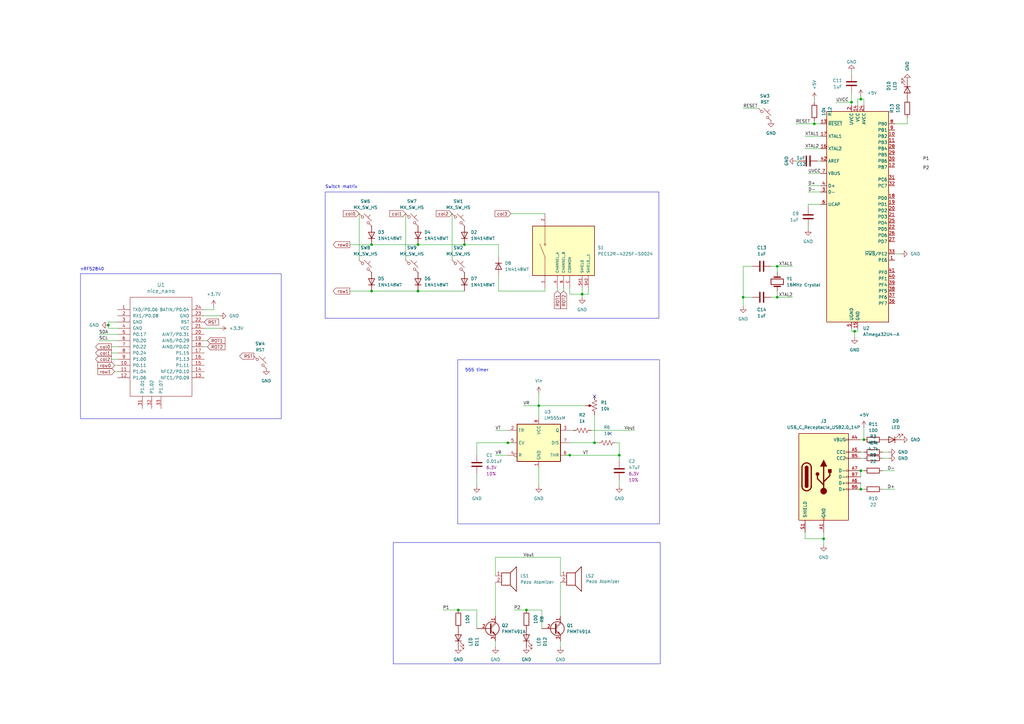
<source format=kicad_sch>
(kicad_sch (version 20250114) (generator "eeschema") (generator_version "9.0")
  (paper "A3")
  (lib_symbols
    (symbol "Connector:USB_C_Receptacle_USB2.0_14P" (pin_names (offset 1.016))
      (property "Reference" "J" (at 0 22.225 0))
      (property "Value" "USB_C_Receptacle_USB2.0_14P" (at 0 19.685 0))
      (symbol "USB_C_Receptacle_USB2.0_14P_1_1"
        (pin passive line (at -7.62 -22.86 90) (length 5.08) (name "SHIELD") (number "S1"))
        (pin passive line (at 0 -22.86 90) (length 5.08) (name "GND") (number "A1"))
        (pin passive line (at 0 -22.86 90) (length 5.08) (hide yes) (name "GND") (number "A12"))
        (pin passive line (at 0 -22.86 90) (length 5.08) (hide yes) (name "GND") (number "B1"))
        (pin passive line (at 0 -22.86 90) (length 5.08) (hide yes) (name "GND") (number "B12"))
        (pin passive line (at 15.24 15.24 180) (length 5.08) (name "VBUS") (number "A4"))
        (pin passive line (at 15.24 15.24 180) (length 5.08) (hide yes) (name "VBUS") (number "A9"))
        (pin passive line (at 15.24 15.24 180) (length 5.08) (hide yes) (name "VBUS") (number "B4"))
        (pin passive line (at 15.24 15.24 180) (length 5.08) (hide yes) (name "VBUS") (number "B9"))
        (pin bidirectional line (at 15.24 10.16 180) (length 5.08) (name "CC1") (number "A5"))
        (pin bidirectional line (at 15.24 7.62 180) (length 5.08) (name "CC2") (number "B5"))
        (pin bidirectional line (at 15.24 2.54 180) (length 5.08) (name "D-") (number "A7"))
        (pin bidirectional line (at 15.24 0 180) (length 5.08) (name "D-") (number "B7"))
        (pin bidirectional line (at 15.24 -2.54 180) (length 5.08) (name "D+") (number "A6"))
        (pin bidirectional line (at 15.24 -5.08 180) (length 5.08) (name "D+") (number "B6"))
      )
    )
    (symbol "Device:C" (pin_numbers (hide yes)) (pin_names (offset 0.254))
      (property "Reference" "C" (at 0.635 2.54 0))
      (property "Value" "C" (at 0.635 -2.54 0))
      (symbol "C_1_1"
        (pin passive line (at 0 3.81 270) (length 2.794) (name "~") (number "1"))
        (pin passive line (at 0 -3.81 90) (length 2.794) (name "~") (number "2"))
      )
    )
    (symbol "Device:Crystal" (pin_numbers (hide yes)) (pin_names (offset 1.016) (hide yes))
      (property "Reference" "Y" (at 0 3.81 0))
      (property "Value" "Crystal" (at 0 -3.81 0))
      (symbol "Crystal_1_1"
        (pin passive line (at -3.81 0 0) (length 1.27) (name "1") (number "1"))
        (pin passive line (at 3.81 0 180) (length 1.27) (name "2") (number "2"))
      )
    )
    (symbol "Device:LED" (pin_numbers (hide yes)) (pin_names (offset 1.016) (hide yes))
      (property "Reference" "D" (at 0 2.54 0))
      (property "Value" "LED" (at 0 -2.54 0))
      (symbol "LED_1_1"
        (pin passive line (at -3.81 0 0) (length 2.54) (name "K") (number "1"))
        (pin passive line (at 3.81 0 180) (length 2.54) (name "A") (number "2"))
      )
    )
    (symbol "Device:R" (pin_numbers (hide yes)) (pin_names (offset 0))
      (property "Reference" "R" (at 2.032 0 90))
      (property "Value" "R" (at 0 0 90))
      (symbol "R_1_1"
        (pin passive line (at 0 3.81 270) (length 1.27) (name "~") (number "1"))
        (pin passive line (at 0 -3.81 90) (length 1.27) (name "~") (number "2"))
      )
    )
    (symbol "Device:Speaker" (pin_names (offset 0) (hide yes))
      (property "Reference" "LS" (at 1.27 5.715 0))
      (property "Value" "Speaker" (at 1.27 3.81 0))
      (symbol "Speaker_1_1"
        (pin input line (at -5.08 0 0) (length 2.54) (name "1") (number "1"))
        (pin input line (at -5.08 -2.54 0) (length 2.54) (name "2") (number "2"))
      )
    )
    (symbol "Diode:1N4148WT" (pin_numbers (hide yes)) (pin_names (hide yes))
      (property "Reference" "D" (at 0 2.54 0))
      (property "Value" "1N4148WT" (at 0 -2.54 0))
      (symbol "1N4148WT_1_1"
        (pin passive line (at -3.81 0 0) (length 2.54) (name "K") (number "1"))
        (pin passive line (at 3.81 0 180) (length 2.54) (name "A") (number "2"))
      )
    )
    (symbol "MCU_Microchip_ATmega:ATmega32U4-A"
      (property "Reference" "U" (at -12.7 44.45 0))
      (property "Value" "ATmega32U4-A" (at 2.54 -44.45 0))
      (symbol "ATmega32U4-A_1_1"
        (pin input line (at -15.24 38.1 0) (length 2.54) (name "~{RESET}") (number "13"))
        (pin input line (at -15.24 33.02 0) (length 2.54) (name "XTAL1") (number "17"))
        (pin output line (at -15.24 27.94 0) (length 2.54) (name "XTAL2") (number "16"))
        (pin passive line (at -15.24 22.86 0) (length 2.54) (name "AREF") (number "42"))
        (pin input line (at -15.24 17.78 0) (length 2.54) (name "VBUS") (number "7"))
        (pin bidirectional line (at -15.24 12.7 0) (length 2.54) (name "D+") (number "4"))
        (pin bidirectional line (at -15.24 10.16 0) (length 2.54) (name "D-") (number "3"))
        (pin passive line (at -15.24 5.08 0) (length 2.54) (name "UCAP") (number "6"))
        (pin power_in line (at -2.54 45.72 270) (length 2.54) (name "UVCC") (number "2"))
        (pin passive line (at -2.54 -45.72 90) (length 2.54) (name "UGND") (number "5"))
        (pin power_in line (at 0 45.72 270) (length 2.54) (name "VCC") (number "14"))
        (pin passive line (at 0 45.72 270) (length 2.54) (hide yes) (name "VCC") (number "34"))
        (pin power_in line (at 0 -45.72 90) (length 2.54) (name "GND") (number "15"))
        (pin passive line (at 0 -45.72 90) (length 2.54) (hide yes) (name "GND") (number "23"))
        (pin passive line (at 0 -45.72 90) (length 2.54) (hide yes) (name "GND") (number "35"))
        (pin passive line (at 0 -45.72 90) (length 2.54) (hide yes) (name "GND") (number "43"))
        (pin power_in line (at 2.54 45.72 270) (length 2.54) (name "AVCC") (number "24"))
        (pin passive line (at 2.54 45.72 270) (length 2.54) (hide yes) (name "AVCC") (number "44"))
        (pin bidirectional line (at 15.24 38.1 180) (length 2.54) (name "PB0") (number "8"))
        (pin bidirectional line (at 15.24 35.56 180) (length 2.54) (name "PB1") (number "9"))
        (pin bidirectional line (at 15.24 33.02 180) (length 2.54) (name "PB2") (number "10"))
        (pin bidirectional line (at 15.24 30.48 180) (length 2.54) (name "PB3") (number "11"))
        (pin bidirectional line (at 15.24 27.94 180) (length 2.54) (name "PB4") (number "28"))
        (pin bidirectional line (at 15.24 25.4 180) (length 2.54) (name "PB5") (number "29"))
        (pin bidirectional line (at 15.24 22.86 180) (length 2.54) (name "PB6") (number "30"))
        (pin bidirectional line (at 15.24 20.32 180) (length 2.54) (name "PB7") (number "12"))
        (pin bidirectional line (at 15.24 15.24 180) (length 2.54) (name "PC6") (number "31"))
        (pin bidirectional line (at 15.24 12.7 180) (length 2.54) (name "PC7") (number "32"))
        (pin bidirectional line (at 15.24 7.62 180) (length 2.54) (name "PD0") (number "18"))
        (pin bidirectional line (at 15.24 5.08 180) (length 2.54) (name "PD1") (number "19"))
        (pin bidirectional line (at 15.24 2.54 180) (length 2.54) (name "PD2") (number "20"))
        (pin bidirectional line (at 15.24 0 180) (length 2.54) (name "PD3") (number "21"))
        (pin bidirectional line (at 15.24 -2.54 180) (length 2.54) (name "PD4") (number "25"))
        (pin bidirectional line (at 15.24 -5.08 180) (length 2.54) (name "PD5") (number "22"))
        (pin bidirectional line (at 15.24 -7.62 180) (length 2.54) (name "PD6") (number "26"))
        (pin bidirectional line (at 15.24 -10.16 180) (length 2.54) (name "PD7") (number "27"))
        (pin bidirectional line (at 15.24 -15.24 180) (length 2.54) (name "~{HWB}/PE2") (number "33"))
        (pin bidirectional line (at 15.24 -17.78 180) (length 2.54) (name "PE6") (number "1"))
        (pin bidirectional line (at 15.24 -22.86 180) (length 2.54) (name "PF0") (number "41"))
        (pin bidirectional line (at 15.24 -25.4 180) (length 2.54) (name "PF1") (number "40"))
        (pin bidirectional line (at 15.24 -27.94 180) (length 2.54) (name "PF4") (number "39"))
        (pin bidirectional line (at 15.24 -30.48 180) (length 2.54) (name "PF5") (number "38"))
        (pin bidirectional line (at 15.24 -33.02 180) (length 2.54) (name "PF6") (number "37"))
        (pin bidirectional line (at 15.24 -35.56 180) (length 2.54) (name "PF7") (number "36"))
      )
    )
    (symbol "PCM_marbastlib-mx:MX_SW_HS" (pin_numbers (hide yes)) (pin_names (offset 1.016) (hide yes))
      (property "Reference" "MX" (at 3.048 1.016 0))
      (property "Value" "MX_SW_HS" (at 0 -3.81 0))
      (symbol "MX_SW_HS_0_1"
        (pin passive line (at -2.54 2.54 0) (length 0) (name "1") (number "1"))
        (pin passive line (at 2.54 -2.54 180) (length 0) (name "2") (number "2"))
      )
    )
    (symbol "PEC12R-4225F-S0024:PEC12R-4225F-S0024" (pin_names (offset 1.016))
      (property "Reference" "S" (at -10.16 10.795 0))
      (property "Value" "PEC12R-4225F-S0024" (at -10.16 -17.78 0))
      (symbol "PEC12R-4225F-S0024_0_0"
        (pin passive line (at -15.24 5.08 0) (length 5.08) (name "~") (number "1"))
        (pin passive line (at -15.24 0 0) (length 5.08) (name "CHANNEL_A") (number "A"))
        (pin passive line (at -15.24 -2.54 0) (length 5.08) (name "CHANNEL_B") (number "B"))
        (pin passive line (at -15.24 -5.08 0) (length 5.08) (name "COMMON") (number "C"))
        (pin passive line (at -15.24 -10.16 0) (length 5.08) (name "SHIELD") (number "SH1"))
        (pin passive line (at -15.24 -12.7 0) (length 5.08) (name "SHIELD__1") (number "SH2"))
        (pin passive line (at 15.24 5.08 180) (length 5.08) (name "~") (number "2"))
      )
    )
    (symbol "SparkFun-Capacitor:0.1uF_0402_6.3V_10%" (pin_numbers (hide yes)) (pin_names (offset 0.254))
      (property "Reference" "C" (at 0.635 2.54 0))
      (property "Value" "0.1uF" (at 0.635 -2.54 0))
      (property "Voltage" "6.3V" (at 0 -6.35 0))
      (property "Tolerance" "10%" (at 0 -8.89 0))
      (symbol "0.1uF_0402_6.3V_10%_1_1"
        (pin passive line (at 0 3.81 270) (length 2.794) (name "~") (number "1"))
        (pin passive line (at 0 -3.81 90) (length 2.794) (name "~") (number "2"))
      )
    )
    (symbol "SparkFun-Resistor:1.5k_0603" (pin_numbers (hide yes)) (pin_names (offset 0))
      (property "Reference" "R" (at 0 -2.54 0))
      (property "Value" "1.5k" (at 0 2.54 0))
      (symbol "1.5k_0603_1_1"
        (pin passive line (at -3.81 0 0) (length 1.27) (name "~") (number "2"))
        (pin passive line (at 3.81 0 180) (length 1.27) (name "~") (number "1"))
      )
    )
    (symbol "SparkFun-Resistor:Trimpot_10k_SMD_3.0x3.0mm" (pin_numbers (hide yes)) (pin_names (offset 1.016) (hide yes))
      (property "Reference" "R1" (at 0 2.54 0))
      (property "Value" "10k" (at 2.54 -2.54 0))
      (symbol "Trimpot_10k_SMD_3.0x3.0mm_1_1"
        (pin passive line (at -3.81 0 0) (length 1.27) (name "~") (number "3"))
        (pin passive line (at 0 -3.81 90) (length 1.27) (name "~") (number "2"))
        (pin passive line (at 3.81 0 180) (length 1.27) (name "~") (number "1"))
      )
    )
    (symbol "Switch:SW_Push_45deg" (pin_numbers (hide yes)) (pin_names (offset 1.016) (hide yes))
      (property "Reference" "SW" (at 3.048 1.016 0))
      (property "Value" "SW_Push_45deg" (at 0 -3.81 0))
      (symbol "SW_Push_45deg_0_1"
        (pin passive line (at -2.54 2.54 0) (length 0) (name "1") (number "1"))
        (pin passive line (at 2.54 -2.54 180) (length 0) (name "2") (number "2"))
      )
    )
    (symbol "Timer:LM555xM"
      (property "Reference" "U" (at -10.16 8.89 0))
      (property "Value" "LM555xM" (at 2.54 8.89 0))
      (symbol "LM555xM_0_0"
        (pin power_in line (at 0 10.16 270) (length 2.54) (name "VCC") (number "8"))
        (pin power_in line (at 0 -10.16 90) (length 2.54) (name "GND") (number "1"))
      )
      (symbol "LM555xM_1_1"
        (pin input line (at -12.7 5.08 0) (length 3.81) (name "TR") (number "2"))
        (pin input line (at -12.7 0 0) (length 3.81) (name "CV") (number "5"))
        (pin input inverted (at -12.7 -5.08 0) (length 3.81) (name "R") (number "4"))
        (pin output line (at 12.7 5.08 180) (length 3.81) (name "Q") (number "3"))
        (pin input line (at 12.7 0 180) (length 3.81) (name "DIS") (number "7"))
        (pin input line (at 12.7 -5.08 180) (length 3.81) (name "THR") (number "6"))
      )
    )
    (symbol "Transistor_BJT:BC517" (pin_names (offset 0) (hide yes))
      (property "Reference" "Q" (at 5.08 1.905 0))
      (property "Value" "BC517" (at 5.08 0 0))
      (symbol "BC517_1_1"
        (pin input line (at -5.08 0 0) (length 5.715) (name "B") (number "2"))
        (pin passive line (at 2.54 5.08 270) (length 2.54) (name "C") (number "1"))
        (pin passive line (at 2.54 -5.08 90) (length 2.54) (name "E") (number "3"))
      )
    )
    (symbol "nice_nano:nice_nano" (pin_names (offset 1.016))
      (property "Reference" "U" (at 0 0 0))
      (property "Value" "nice_nano" (at 0 2.54 0))
      (symbol "nice_nano_1_1"
        (pin input line (at -17.78 13.97 0) (length 5.08) (name "TX0/P0.06") (number "1"))
        (pin input line (at -17.78 11.43 0) (length 5.08) (name "RX1/P0.08") (number "2"))
        (pin input line (at -17.78 8.89 0) (length 5.08) (name "GND") (number "3"))
        (pin input line (at -17.78 6.35 0) (length 5.08) (name "GND") (number "4"))
        (pin input line (at -17.78 3.81 0) (length 5.08) (name "P0.17") (number "5"))
        (pin input line (at -17.78 1.27 0) (length 5.08) (name "P0.20") (number "6"))
        (pin input line (at -17.78 -1.27 0) (length 5.08) (name "P0.22") (number "7"))
        (pin input line (at -17.78 -3.81 0) (length 5.08) (name "P0.24") (number "8"))
        (pin input line (at -17.78 -6.35 0) (length 5.08) (name "P1.00") (number "9"))
        (pin input line (at -17.78 -8.89 0) (length 5.08) (name "P0.11") (number "10"))
        (pin input line (at -17.78 -11.43 0) (length 5.08) (name "P1.04") (number "11"))
        (pin input line (at -17.78 -13.97 0) (length 5.08) (name "P1.06") (number "12"))
        (pin input line (at -7.62 -26.67 90) (length 5.08) (name "P1.01") (number "31"))
        (pin input line (at -3.81 -26.67 90) (length 5.08) (name "P1.02") (number "32"))
        (pin input line (at 0 -26.67 90) (length 5.08) (name "P1.07") (number "33"))
        (pin input line (at 17.78 13.97 180) (length 5.08) (name "BATIN/P0.04") (number "24"))
        (pin input line (at 17.78 11.43 180) (length 5.08) (name "GND") (number "23"))
        (pin input line (at 17.78 8.89 180) (length 5.08) (name "RST") (number "22"))
        (pin input line (at 17.78 6.35 180) (length 5.08) (name "VCC") (number "21"))
        (pin input line (at 17.78 3.81 180) (length 5.08) (name "AIN7/P0.31") (number "20"))
        (pin input line (at 17.78 1.27 180) (length 5.08) (name "AIN5/P0.29") (number "19"))
        (pin input line (at 17.78 -1.27 180) (length 5.08) (name "AIN0/P0.02") (number "18"))
        (pin input line (at 17.78 -3.81 180) (length 5.08) (name "P1.15") (number "17"))
        (pin input line (at 17.78 -6.35 180) (length 5.08) (name "P1.13") (number "16"))
        (pin input line (at 17.78 -8.89 180) (length 5.08) (name "P1.11") (number "15"))
        (pin input line (at 17.78 -11.43 180) (length 5.08) (name "NFC2/P0.10") (number "14"))
        (pin input line (at 17.78 -13.97 180) (length 5.08) (name "NFC1/P0.09") (number "13"))
      )
    )
    (symbol "power:+3.3V" (power) (pin_numbers (hide yes)) (pin_names (offset 0) (hide yes))
      (property "Value" "+3.3V" (at 0 3.556 0))
      (symbol "+3.3V_1_1"
        (pin power_in line (at 0 0 90) (length 0) (name "~") (number "1"))
      )
    )
    (symbol "power:+3V3" (power) (pin_numbers (hide yes)) (pin_names (offset 0) (hide yes))
      (property "Value" "+3V3" (at 0 3.556 0))
      (symbol "+3V3_1_1"
        (pin power_in line (at 0 0 90) (length 0) (name "~") (number "1"))
      )
    )
    (symbol "power:+5V" (power) (pin_numbers (hide yes)) (pin_names (offset 0) (hide yes))
      (property "Value" "+5V" (at 0 3.556 0))
      (symbol "+5V_1_1"
        (pin power_in line (at 0 0 90) (length 0) (name "~") (number "1"))
      )
    )
    (symbol "power:GND" (power) (pin_numbers (hide yes)) (pin_names (offset 0) (hide yes))
      (property "Value" "GND" (at 0 -3.81 0))
      (symbol "GND_1_1"
        (pin power_in line (at 0 0 270) (length 0) (name "~") (number "1"))
      )
    )
  )
  (rectangle (start 33.02 112.268) (end 115.316 171.704))
  (rectangle (start 161.29 222.504) (end 270.764 272.288))
  (rectangle (start 133.35 78.74) (end 270.256 130.556))
  (rectangle (start 187.706 147.574) (end 270.51 214.884))
  (text "Switch matrix" (at 133.35 77.47 0) (effects (font (size 1.27 1.27)) (justify left bottom)))
  (text "555 timer\n" (at 195.58 151.892 0) (effects (font (size 1.27 1.27))))
  (text "nRF52840" (at 37.846 110.49 0) (effects (font (size 1.27 1.27))))
  (junction (at 254 186.69))
  (junction (at 350.52 135.89))
  (junction (at 334.01 50.8))
  (junction (at 171.45 100.33))
  (junction (at 238.76 120.65))
  (junction (at 190.5 100.33))
  (junction (at 353.06 40.64))
  (junction (at 318.77 109.22))
  (junction (at 171.45 119.38))
  (junction (at 318.77 121.92))
  (junction (at 220.98 166.37))
  (junction (at 243.84 181.61))
  (junction (at 353.06 193.04))
  (junction (at 304.8 121.92))
  (junction (at 353.06 200.66))
  (junction (at 349.25 41.91))
  (junction (at 208.28 181.61))
  (junction (at 233.68 186.69))
  (junction (at 187.96 250.19))
  (junction (at 354.33 180.34))
  (junction (at 152.4 100.33))
  (junction (at 337.82 220.98))
  (junction (at 44.45 133.35))
  (junction (at 152.4 119.38))
  (junction (at 215.9 250.19))
  (no_connect (at 250.19 177.8))
  (no_connect (at 243.84 162.56))
  (wire (pts (xy 233.68 120.65) (xy 238.76 120.65)))
  (wire (pts (xy 40.64 137.16) (xy 48.26 137.16)))
  (wire (pts (xy 330.2 55.88) (xy 336.55 55.88)))
  (wire (pts (xy 147.32 87.63) (xy 147.32 106.68)))
  (wire (pts (xy 308.61 121.92) (xy 304.8 121.92)))
  (wire (pts (xy 354.33 43.18) (xy 354.33 40.64)))
  (wire (pts (xy 181.61 250.19) (xy 187.96 250.19)))
  (wire (pts (xy 85.09 139.7) (xy 83.82 139.7)))
  (wire (pts (xy 361.95 187.96) (xy 364.49 187.96)))
  (wire (pts (xy 45.72 144.78) (xy 48.26 144.78)))
  (wire (pts (xy 233.68 181.61) (xy 243.84 181.61)))
  (wire (pts (xy 231.14 186.69) (xy 233.68 186.69)))
  (wire (pts (xy 143.51 100.33) (xy 152.4 100.33)))
  (wire (pts (xy 367.03 200.66) (xy 361.95 200.66)))
  (wire (pts (xy 195.58 250.19) (xy 195.58 257.81)))
  (wire (pts (xy 220.98 191.77) (xy 220.98 199.39)))
  (wire (pts (xy 234.95 176.53) (xy 233.68 176.53)))
  (wire (pts (xy 351.79 134.62) (xy 351.79 135.89)))
  (wire (pts (xy 349.25 134.62) (xy 349.25 135.89)))
  (wire (pts (xy 241.3 118.11) (xy 241.3 120.65)))
  (wire (pts (xy 367.03 193.04) (xy 361.95 193.04)))
  (wire (pts (xy 353.06 193.04) (xy 353.06 195.58)))
  (wire (pts (xy 195.58 194.31) (xy 195.58 199.39)))
  (wire (pts (xy 331.47 85.09) (xy 331.47 83.82)))
  (wire (pts (xy 331.47 92.71) (xy 331.47 93.98)))
  (wire (pts (xy 220.98 166.37) (xy 240.03 166.37)))
  (wire (pts (xy 83.82 129.54) (xy 90.17 129.54)))
  (wire (pts (xy 353.06 198.12) (xy 353.06 200.66)))
  (wire (pts (xy 231.14 118.11) (xy 231.14 119.38)))
  (wire (pts (xy 48.26 134.62) (xy 44.45 134.62)))
  (wire (pts (xy 367.03 104.14) (xy 369.57 104.14)))
  (wire (pts (xy 214.63 166.37) (xy 220.98 166.37)))
  (wire (pts (xy 353.06 40.64) (xy 351.79 40.64)))
  (wire (pts (xy 349.25 29.21) (xy 349.25 30.48)))
  (wire (pts (xy 318.77 109.22) (xy 318.77 111.76)))
  (wire (pts (xy 326.39 50.8) (xy 334.01 50.8)))
  (wire (pts (xy 229.87 265.43) (xy 229.87 262.89)))
  (wire (pts (xy 349.25 38.1) (xy 349.25 41.91)))
  (wire (pts (xy 337.82 218.44) (xy 337.82 220.98)))
  (wire (pts (xy 334.01 40.64) (xy 334.01 41.91)))
  (wire (pts (xy 351.79 40.64) (xy 351.79 43.18)))
  (wire (pts (xy 349.25 135.89) (xy 350.52 135.89)))
  (wire (pts (xy 203.2 176.53) (xy 208.28 176.53)))
  (wire (pts (xy 330.2 220.98) (xy 337.82 220.98)))
  (wire (pts (xy 316.23 109.22) (xy 318.77 109.22)))
  (wire (pts (xy 203.2 228.6) (xy 229.87 228.6)))
  (wire (pts (xy 46.99 149.86) (xy 48.26 149.86)))
  (wire (pts (xy 354.33 40.64) (xy 353.06 40.64)))
  (wire (pts (xy 254 181.61) (xy 254 186.69)))
  (wire (pts (xy 46.99 152.4) (xy 48.26 152.4)))
  (wire (pts (xy 372.11 48.26) (xy 372.11 50.8)))
  (wire (pts (xy 143.51 119.38) (xy 152.4 119.38)))
  (wire (pts (xy 334.01 50.8) (xy 336.55 50.8)))
  (wire (pts (xy 337.82 220.98) (xy 337.82 223.52)))
  (wire (pts (xy 318.77 119.38) (xy 318.77 121.92)))
  (wire (pts (xy 45.72 147.32) (xy 48.26 147.32)))
  (wire (pts (xy 331.47 71.12) (xy 336.55 71.12)))
  (wire (pts (xy 203.2 238.76) (xy 203.2 252.73)))
  (wire (pts (xy 233.68 186.69) (xy 254 186.69)))
  (wire (pts (xy 353.06 185.42) (xy 354.33 185.42)))
  (wire (pts (xy 215.9 250.19) (xy 222.25 250.19)))
  (wire (pts (xy 353.06 200.66) (xy 354.33 200.66)))
  (wire (pts (xy 87.63 127) (xy 83.82 127)))
  (wire (pts (xy 304.8 121.92) (xy 304.8 125.73)))
  (wire (pts (xy 325.12 109.22) (xy 318.77 109.22)))
  (wire (pts (xy 85.09 142.24) (xy 83.82 142.24)))
  (wire (pts (xy 353.06 187.96) (xy 354.33 187.96)))
  (wire (pts (xy 238.76 118.11) (xy 238.76 120.65)))
  (wire (pts (xy 238.76 121.92) (xy 238.76 120.65)))
  (wire (pts (xy 187.96 250.19) (xy 195.58 250.19)))
  (wire (pts (xy 48.26 132.08) (xy 44.45 132.08)))
  (wire (pts (xy 243.84 170.18) (xy 243.84 181.61)))
  (wire (pts (xy 40.64 139.7) (xy 48.26 139.7)))
  (wire (pts (xy 209.55 87.63) (xy 223.52 87.63)))
  (wire (pts (xy 171.45 119.38) (xy 190.5 119.38)))
  (wire (pts (xy 330.2 60.96) (xy 336.55 60.96)))
  (wire (pts (xy 372.11 50.8) (xy 367.03 50.8)))
  (wire (pts (xy 350.52 135.89) (xy 350.52 138.43)))
  (wire (pts (xy 331.47 78.74) (xy 336.55 78.74)))
  (wire (pts (xy 364.49 185.42) (xy 361.95 185.42)))
  (wire (pts (xy 318.77 121.92) (xy 316.23 121.92)))
  (wire (pts (xy 229.87 238.76) (xy 229.87 252.73)))
  (wire (pts (xy 152.4 100.33) (xy 171.45 100.33)))
  (wire (pts (xy 353.06 193.04) (xy 354.33 193.04)))
  (wire (pts (xy 304.8 44.45) (xy 311.15 44.45)))
  (wire (pts (xy 44.45 134.62) (xy 44.45 133.35)))
  (wire (pts (xy 241.3 120.65) (xy 238.76 120.65)))
  (wire (pts (xy 44.45 132.08) (xy 44.45 133.35)))
  (wire (pts (xy 222.25 250.19) (xy 222.25 257.81)))
  (wire (pts (xy 349.25 41.91) (xy 349.25 43.18)))
  (wire (pts (xy 195.58 181.61) (xy 208.28 181.61)))
  (wire (pts (xy 245.11 181.61) (xy 243.84 181.61)))
  (wire (pts (xy 254 181.61) (xy 252.73 181.61)))
  (wire (pts (xy 228.6 119.38) (xy 228.6 118.11)))
  (wire (pts (xy 229.87 228.6) (xy 229.87 236.22)))
  (wire (pts (xy 304.8 109.22) (xy 304.8 121.92)))
  (wire (pts (xy 233.68 118.11) (xy 233.68 120.65)))
  (wire (pts (xy 254 196.85) (xy 254 199.39)))
  (wire (pts (xy 318.77 121.92) (xy 325.12 121.92)))
  (wire (pts (xy 354.33 180.34) (xy 353.06 180.34)))
  (wire (pts (xy 203.2 265.43) (xy 203.2 262.89)))
  (wire (pts (xy 331.47 83.82) (xy 336.55 83.82)))
  (wire (pts (xy 185.42 87.63) (xy 185.42 106.68)))
  (wire (pts (xy 353.06 39.37) (xy 353.06 40.64)))
  (wire (pts (xy 166.37 87.63) (xy 166.37 106.68)))
  (wire (pts (xy 220.98 161.29) (xy 220.98 166.37)))
  (wire (pts (xy 203.2 186.69) (xy 208.28 186.69)))
  (wire (pts (xy 87.63 125.73) (xy 87.63 127)))
  (wire (pts (xy 260.35 176.53) (xy 242.57 176.53)))
  (wire (pts (xy 204.47 113.03) (xy 204.47 119.38)))
  (wire (pts (xy 334.01 49.53) (xy 334.01 50.8)))
  (wire (pts (xy 204.47 100.33) (xy 204.47 105.41)))
  (wire (pts (xy 304.8 109.22) (xy 308.61 109.22)))
  (wire (pts (xy 204.47 100.33) (xy 190.5 100.33)))
  (wire (pts (xy 254 186.69) (xy 254 189.23)))
  (wire (pts (xy 342.9 41.91) (xy 349.25 41.91)))
  (wire (pts (xy 220.98 166.37) (xy 220.98 171.45)))
  (wire (pts (xy 330.2 218.44) (xy 330.2 220.98)))
  (wire (pts (xy 354.33 175.26) (xy 354.33 180.34)))
  (wire (pts (xy 223.52 119.38) (xy 223.52 118.11)))
  (wire (pts (xy 335.28 66.04) (xy 336.55 66.04)))
  (wire (pts (xy 195.58 181.61) (xy 195.58 186.69)))
  (wire (pts (xy 331.47 76.2) (xy 336.55 76.2)))
  (wire (pts (xy 45.72 142.24) (xy 48.26 142.24)))
  (wire (pts (xy 203.2 228.6) (xy 203.2 236.22)))
  (wire (pts (xy 210.82 181.61) (xy 208.28 181.61)))
  (wire (pts (xy 204.47 119.38) (xy 223.52 119.38)))
  (wire (pts (xy 152.4 119.38) (xy 171.45 119.38)))
  (wire (pts (xy 210.82 250.19) (xy 215.9 250.19)))
  (wire (pts (xy 326.39 66.04) (xy 327.66 66.04)))
  (wire (pts (xy 351.79 135.89) (xy 350.52 135.89)))
  (wire (pts (xy 171.45 100.33) (xy 190.5 100.33)))
  (wire (pts (xy 83.82 134.62) (xy 90.17 134.62)))
  (label "VR" (at 214.63 166.37 0))
  (label "VT" (at 203.2 176.53 0))
  (label "UVCC" (at 342.9 41.91 0))
  (label "VR" (at 203.2 186.69 0))
  (label "XTAL2" (at 330.2 60.96 0))
  (label "P1" (at 378.46 66.04 0))
  (label "RESET" (at 326.39 50.8 0))
  (label "P2" (at 210.82 250.19 0))
  (label "RESET" (at 304.8 44.45 0))
  (label "UVCC" (at 331.47 71.12 0))
  (label "D-" (at 331.47 78.74 0))
  (label "P2" (at 378.46 69.85 0))
  (label "D-" (at 367.03 193.04 180))
  (label "D+" (at 331.47 76.2 0))
  (label "SDA" (at 40.64 137.16 0))
  (label "SCL" (at 40.64 139.7 0))
  (label "VT" (at 241.3 186.69 180))
  (label "P1" (at 181.61 250.19 0))
  (label "XTAL1" (at 325.12 109.22 180))
  (label "Vout" (at 214.63 228.6 0))
  (label "XTAL1" (at 330.2 55.88 0))
  (label "Vout" (at 260.35 176.53 180))
  (label "D+" (at 367.03 200.66 180))
  (label "XTAL2" (at 325.12 121.92 180))
  (global_label "col2" (shape input) (at 185.42 87.63 180) (property "Intersheetrefs" "${INTERSHEET_REFS}" (effects (hide yes))))
  (global_label "col1" (shape input) (at 166.37 87.63 180) (property "Intersheetrefs" "${INTERSHEET_REFS}" (effects (hide yes))))
  (global_label "row1" (shape input) (at 46.99 152.4 180) (property "Intersheetrefs" "${INTERSHEET_REFS}" (effects (hide yes))))
  (global_label "ROT2" (shape input) (at 85.09 142.24 0) (property "Intersheetrefs" "${INTERSHEET_REFS}" (effects (hide yes))))
  (global_label "col0" (shape output) (at 45.72 142.24 180) (property "Intersheetrefs" "${INTERSHEET_REFS}" (effects (hide yes))))
  (global_label "col1" (shape output) (at 45.72 144.78 180) (property "Intersheetrefs" "${INTERSHEET_REFS}" (effects (hide yes))))
  (global_label "row0" (shape output) (at 143.51 100.33 180) (property "Intersheetrefs" "${INTERSHEET_REFS}" (effects (hide yes))))
  (global_label "col0" (shape input) (at 147.32 87.63 180) (property "Intersheetrefs" "${INTERSHEET_REFS}" (effects (hide yes))))
  (global_label "row0" (shape input) (at 46.99 149.86 180) (property "Intersheetrefs" "${INTERSHEET_REFS}" (effects (hide yes))))
  (global_label "col3" (shape input) (at 209.55 87.63 180) (property "Intersheetrefs" "${INTERSHEET_REFS}" (effects (hide yes))))
  (global_label "ROT1" (shape input) (at 85.09 139.7 0) (property "Intersheetrefs" "${INTERSHEET_REFS}" (effects (hide yes))))
  (global_label "RST" (shape input) (at 83.82 132.08 0) (property "Intersheetrefs" "${INTERSHEET_REFS}" (effects (hide yes))))
  (global_label "RST" (shape output) (at 104.14 146.05 180) (property "Intersheetrefs" "${INTERSHEET_REFS}" (effects (hide yes))))
  (global_label "col2" (shape output) (at 45.72 147.32 180) (property "Intersheetrefs" "${INTERSHEET_REFS}" (effects (hide yes))))
  (global_label "ROT2" (shape input) (at 231.14 119.38 270) (property "Intersheetrefs" "${INTERSHEET_REFS}" (effects (hide yes))))
  (global_label "row1" (shape output) (at 143.51 119.38 180) (property "Intersheetrefs" "${INTERSHEET_REFS}" (effects (hide yes))))
  (global_label "ROT1" (shape input) (at 228.6 119.38 270) (property "Intersheetrefs" "${INTERSHEET_REFS}" (effects (hide yes))))
  (symbol (lib_id "PEC12R-4225F-S0024:PEC12R-4225F-S0024") (at 228.6 102.87 90) (unit 1)
    (property "Reference" "S1" (at 245.11 101.5999 90) (effects (justify right)))
    (property "Value" "PEC12R-4225F-S0024" (at 245.11 104.1399 90) (effects (justify right)))
    (property "Footprint" "PEC12R_4225F_S0024:XDCR_PEC12R-4225F-S0024" (effects (hide yes)))
    (property "PARTREV" "07/21" (effects (hide yes)))
    (property "MANUFACTURER" "Bourns" (effects (hide yes)))
    (property "MAXIMUM_PACKAGE_HEIGHT" "20.5mm" (effects (hide yes)))
    (property "STANDARD" "Manufacturer recommendations" (effects (hide yes)))
  )
  (symbol (lib_id "power:+5V") (at 354.33 175.26 0) (unit 1)
    (property "Reference" "#PWR025" (effects (hide yes)))
    (property "Value" "+5V" (at 354.33 170.18 0))
    (property "Description" "Power symbol creates a global label with name \"+5V\"" (effects (hide yes)))
  )
  (symbol (lib_id "Device:R") (at 358.14 180.34 90) (unit 1)
    (property "Reference" "R11" (at 358.14 173.99 90))
    (property "Value" "100" (at 358.14 176.53 90))
    (property "Footprint" "Resistor_SMD:R_0805_2012Metric_Pad1.20x1.40mm_HandSolder" (effects (hide yes)))
    (property "Description" "Resistor" (effects (hide yes)))
  )
  (symbol (lib_id "Connector:USB_C_Receptacle_USB2.0_14P") (at 337.82 195.58 0) (unit 1)
    (property "Reference" "J3" (at 337.82 172.72 0))
    (property "Value" "USB_C_Receptacle_USB2.0_14P" (at 337.82 175.26 0))
    (property "Datasheet" "https://www.usb.org/sites/default/files/documents/usb_type-c.zip" (effects (hide yes)))
    (property "Description" "USB 2.0-only 14P Type-C Receptacle connector" (effects (hide yes)))
  )
  (symbol (lib_id "power:GND") (at 254 199.39 0) (unit 1)
    (property "Reference" "#PWR05" (effects (hide yes)))
    (property "Value" "GND" (at 254 204.47 0))
    (property "Description" "Power symbol creates a global label with name \"GND\" , ground" (effects (hide yes)))
  )
  (symbol (lib_id "SparkFun-Resistor:Trimpot_10k_SMD_3.0x3.0mm") (at 243.84 166.37 270) (unit 1)
    (property "Reference" "R1" (at 246.38 165.0999 90) (effects (justify left)))
    (property "Value" "10k" (at 246.38 167.6399 90) (effects (justify left)))
    (property "Footprint" "PV37W:TRIM_PV37W103C01B00" (effects (hide yes)))
    (property "Datasheet" "https://www.ttelectronics.com/TTElectronics/media/ProductFiles/Datasheet/22.pdf" (effects (hide yes)))
    (property "Description" "Potentiometer TRIMPOT-SMD-3MM-CLOSED-1/8W-20%" (effects (hide yes)))
    (property "PROD_ID" "RES-09285" (effects (hide yes)))
    (property "Mfg Part#" "22AR10K" (effects (hide yes)))
  )
  (symbol (lib_id "power:GND") (at 369.57 180.34 90) (unit 1)
    (property "Reference" "#PWR024" (effects (hide yes)))
    (property "Value" "GND" (at 373.38 180.3399 90) (effects (justify right)))
    (property "Description" "Power symbol creates a global label with name \"GND\" , ground" (effects (hide yes)))
  )
  (symbol (lib_id "Device:R") (at 334.01 45.72 180) (unit 1)
    (property "Reference" "R12" (at 340.36 45.72 90))
    (property "Value" "10k" (at 337.82 45.72 90))
    (property "Footprint" "Resistor_SMD:R_0805_2012Metric_Pad1.20x1.40mm_HandSolder" (effects (hide yes)))
    (property "Description" "Resistor" (effects (hide yes)))
  )
  (symbol (lib_id "Device:LED") (at 365.76 180.34 180) (unit 1)
    (property "Reference" "D9" (at 367.3475 172.72 0))
    (property "Value" "LED" (at 367.3475 175.26 0))
    (property "Description" "Light emitting diode" (effects (hide yes)))
    (property "Sim.Pins" "1=K 2=A" (effects (hide yes)))
  )
  (symbol (lib_id "power:GND") (at 44.45 133.35 270) (unit 1)
    (property "Reference" "#PWR019" (effects (hide yes)))
    (property "Value" "GND" (at 40.64 133.3499 90) (effects (justify right)))
    (property "Description" "Power symbol creates a global label with name \"GND\" , ground" (effects (hide yes)))
  )
  (symbol (lib_id "power:GND") (at 331.47 93.98 0) (unit 1)
    (property "Reference" "#PWR029" (effects (hide yes)))
    (property "Value" "GND" (at 331.47 99.06 0))
    (property "Description" "Power symbol creates a global label with name \"GND\" , ground" (effects (hide yes)))
  )
  (symbol (lib_id "Device:Speaker") (at 234.95 236.22 0) (unit 1)
    (property "Reference" "LS2" (at 240.03 236.2199 0) (effects (justify left)))
    (property "Value" "Pezo Atomizer" (at 240.284 238.506 0) (effects (justify left)))
    (property "Description" "Speaker" (effects (hide yes)))
  )
  (symbol (lib_id "Switch:SW_Push_45deg") (at 313.69 46.99 0) (unit 1)
    (property "Reference" "SW3" (at 313.69 39.37 0))
    (property "Value" "RST" (at 313.69 41.91 0))
    (property "Footprint" "Button_Switch_SMD:SW_Tactile_SPST_NO_Straight_CK_PTS636Sx25SMTRLFS" (effects (hide yes)))
  )
  (symbol (lib_id "PCM_marbastlib-mx:MX_SW_HS") (at 149.86 90.17 0) (unit 1)
    (property "Reference" "SW6" (at 149.86 82.55 0))
    (property "Value" "MX_SW_HS" (at 149.86 85.09 0))
    (property "Footprint" "keyswitches:Kailh_socket_MX" (effects (hide yes)))
  )
  (symbol (lib_id "Device:LED") (at 372.11 36.83 270) (unit 1)
    (property "Reference" "D10" (at 364.49 35.2425 0))
    (property "Value" "LED" (at 367.03 35.2425 0))
    (property "Description" "Light emitting diode" (effects (hide yes)))
    (property "Sim.Pins" "1=K 2=A" (effects (hide yes)))
  )
  (symbol (lib_id "power:GND") (at 349.25 29.21 180) (unit 1)
    (property "Reference" "#PWR028" (effects (hide yes)))
    (property "Value" "GND" (at 349.25 25.4 0))
    (property "Description" "Power symbol creates a global label with name \"GND\" , ground" (effects (hide yes)))
  )
  (symbol (lib_id "MCU_Microchip_ATmega:ATmega32U4-A") (at 351.79 88.9 0) (unit 1)
    (property "Reference" "U2" (at 353.9333 134.62 0) (effects (justify left)))
    (property "Value" "ATmega32U4-A" (at 353.9333 137.16 0) (effects (justify left)))
    (property "Footprint" "Package_QFP:TQFP-44_10x10mm_P0.8mm" (effects (hide yes)))
    (property "Datasheet" "http://ww1.microchip.com/downloads/en/DeviceDoc/Atmel-7766-8-bit-AVR-ATmega16U4-32U4_Datasheet.pdf" (effects (hide yes)))
    (property "Description" "16MHz, 32kB Flash, 2.5kB SRAM, 1kB EEPROM, USB 2.0, TQFP-44" (effects (hide yes)))
  )
  (symbol (lib_id "Diode:1N4148WT") (at 152.4 115.57 90) (unit 1)
    (property "Reference" "D5" (at 154.94 114.2999 90) (effects (justify right)))
    (property "Value" "1N4148WT" (at 154.94 116.8399 90) (effects (justify right)))
    (property "Footprint" "Diode_SMD:D_SOD-323F" (effects (hide yes)))
    (property "Datasheet" "https://www.diodes.com/assets/Datasheets/ds30396.pdf" (effects (hide yes)))
  )
  (symbol (lib_id "power:GND") (at 304.8 125.73 0) (unit 1)
    (property "Reference" "#PWR035" (effects (hide yes)))
    (property "Value" "GND" (at 304.8 130.81 0))
    (property "Description" "Power symbol creates a global label with name \"GND\" , ground" (effects (hide yes)))
  )
  (symbol (lib_id "Device:R") (at 187.96 254 0) (unit 1)
    (property "Reference" "R7" (effects (hide yes)))
    (property "Value" "100" (at 191.77 254 90))
    (property "Footprint" "Resistor_SMD:R_0805_2012Metric_Pad1.20x1.40mm_HandSolder" (effects (hide yes)))
    (property "Description" "Resistor" (effects (hide yes)))
  )
  (symbol (lib_id "Transistor_BJT:BC517") (at 227.33 257.81 0) (unit 1)
    (property "Reference" "Q1" (at 232.41 256.5399 0) (effects (justify left)))
    (property "Value" "FMMT491A" (at 232.41 259.0799 0) (effects (justify left)))
    (property "Footprint" "Package_TO_SOT_THT:TO-92_Inline" (effects (hide yes)))
    (property "Datasheet" "TRANS NPN 40V 0.6A TO-92-3" (effects (hide yes)))
    (property "Description" "1A Ic, 30V Vce, Darlington NPN Transistor, TO-92" (effects (hide yes)))
  )
  (symbol (lib_id "power:+3.3V") (at 87.63 125.73 0) (unit 1)
    (property "Reference" "#PWR020" (effects (hide yes)))
    (property "Value" "+3.7V" (at 87.63 120.65 0))
    (property "Description" "Power symbol creates a global label with name \"+3.3V\"" (effects (hide yes)))
  )
  (symbol (lib_id "Device:C") (at 312.42 121.92 270) (unit 1)
    (property "Reference" "C14" (at 312.42 127 90))
    (property "Value" "1uF" (at 312.42 129.54 90))
    (property "Footprint" "Capacitor_SMD:C_0805_2012Metric_Pad1.18x1.45mm_HandSolder" (effects (hide yes)))
    (property "Description" "Unpolarized capacitor" (effects (hide yes)))
  )
  (symbol (lib_id "PCM_marbastlib-mx:MX_SW_HS") (at 187.96 109.22 0) (unit 1)
    (property "Reference" "SW2" (at 187.96 101.6 0))
    (property "Value" "MX_SW_HS" (at 187.96 104.14 0))
    (property "Footprint" "keyswitches:Kailh_socket_MX" (effects (hide yes)))
  )
  (symbol (lib_id "PCM_marbastlib-mx:MX_SW_HS") (at 168.91 109.22 0) (unit 1)
    (property "Reference" "SW9" (at 168.91 101.6 0))
    (property "Value" "MX_SW_HS" (at 168.91 104.14 0))
    (property "Footprint" "keyswitches:Kailh_socket_MX" (effects (hide yes)))
  )
  (symbol (lib_id "PCM_marbastlib-mx:MX_SW_HS") (at 149.86 109.22 0) (unit 1)
    (property "Reference" "SW8" (at 149.86 101.6 0))
    (property "Value" "MX_SW_HS" (at 149.86 104.14 0))
    (property "Footprint" "keyswitches:Kailh_socket_MX" (effects (hide yes)))
  )
  (symbol (lib_id "Device:LED") (at 215.9 261.62 90) (unit 1)
    (property "Reference" "D12" (at 223.52 263.2075 0))
    (property "Value" "LED" (at 220.98 263.2075 0))
    (property "Description" "Light emitting diode" (effects (hide yes)))
    (property "Sim.Pins" "1=K 2=A" (effects (hide yes)))
  )
  (symbol (lib_id "Device:C") (at 349.25 34.29 180) (unit 1)
    (property "Reference" "C11" (at 345.44 33.0199 0) (effects (justify left)))
    (property "Value" "1uF" (at 345.44 35.5599 0) (effects (justify left)))
    (property "Footprint" "Capacitor_SMD:C_0805_2012Metric_Pad1.18x1.45mm_HandSolder" (effects (hide yes)))
    (property "Description" "Unpolarized capacitor" (effects (hide yes)))
  )
  (symbol (lib_id "SparkFun-Resistor:1.5k_0603") (at 248.92 181.61 180) (unit 1)
    (property "Reference" "R6" (at 248.92 175.26 0))
    (property "Value" "1k" (at 248.92 177.8 0))
    (property "Footprint" "Capacitor_SMD:C_0805_2012Metric_Pad1.18x1.45mm_HandSolder" (effects (hide yes)))
    (property "Datasheet" "https://www.vishay.com/docs/20035/dcrcwe3.pdf" (effects (hide yes)))
    (property "Description" "Resistor" (effects (hide yes)))
    (property "PROD_ID" "RES-08306" (effects (hide yes)))
  )
  (symbol (lib_id "Diode:1N4148WT") (at 204.47 109.22 270) (unit 1)
    (property "Reference" "D8" (at 207.01 107.9499 90) (effects (justify left)))
    (property "Value" "1N4148WT" (at 207.01 110.4899 90) (effects (justify left)))
    (property "Footprint" "Diode_SMD:D_SOD-323F" (effects (hide yes)))
    (property "Datasheet" "https://www.diodes.com/assets/Datasheets/ds30396.pdf" (effects (hide yes)))
  )
  (symbol (lib_id "SparkFun-Capacitor:0.1uF_0402_6.3V_10%") (at 195.58 190.5 0) (unit 1)
    (property "Reference" "C1" (at 199.39 186.6899 0) (effects (justify left)))
    (property "Value" "0.01uF" (at 199.39 189.2299 0) (effects (justify left)))
    (property "Footprint" "Capacitor_SMD:C_0805_2012Metric_Pad1.18x1.45mm_HandSolder" (effects (hide yes)))
    (property "Datasheet" "https://cdn.sparkfun.com/assets/8/a/4/a/5/Kemet_Capacitor_Datasheet.pdf" (effects (hide yes)))
    (property "Description" "Unpolarized capacitor" (effects (hide yes)))
    (property "PROD_ID" "CAP-14993" (effects (hide yes)))
    (property "Voltage" "6.3V" (at 199.39 191.7699 0) (effects (justify left)))
    (property "Tolerance" "10%" (at 199.39 194.3099 0) (effects (justify left)))
  )
  (symbol (lib_id "Switch:SW_Push_45deg") (at 106.68 148.59 0) (unit 1)
    (property "Reference" "SW4" (at 106.68 140.97 0))
    (property "Value" "RST" (at 106.68 143.51 0))
    (property "Footprint" "Button_Switch_SMD:SW_Tactile_SPST_NO_Straight_CK_PTS636Sx25SMTRLFS" (effects (hide yes)))
  )
  (symbol (lib_id "power:GND") (at 90.17 129.54 90) (unit 1)
    (property "Reference" "#PWR018" (effects (hide yes)))
    (property "Value" "GND" (at 93.98 129.5399 90) (effects (justify right)))
    (property "Description" "Power symbol creates a global label with name \"GND\" , ground" (effects (hide yes)))
  )
  (symbol (lib_id "power:GND") (at 187.96 265.43 0) (unit 1)
    (property "Reference" "#PWR01" (effects (hide yes)))
    (property "Value" "GND" (at 187.96 270.51 0))
    (property "Description" "Power symbol creates a global label with name \"GND\" , ground" (effects (hide yes)))
  )
  (symbol (lib_id "Diode:1N4148WT") (at 190.5 115.57 90) (unit 1)
    (property "Reference" "D7" (at 193.04 114.2999 90) (effects (justify right)))
    (property "Value" "1N4148WT" (at 193.04 116.8399 90) (effects (justify right)))
    (property "Footprint" "Diode_SMD:D_SOD-323F" (effects (hide yes)))
    (property "Datasheet" "https://www.diodes.com/assets/Datasheets/ds30396.pdf" (effects (hide yes)))
  )
  (symbol (lib_id "power:GND") (at 326.39 66.04 270) (unit 1)
    (property "Reference" "#PWR031" (effects (hide yes)))
    (property "Value" "GND" (at 322.58 66.04 0))
    (property "Description" "Power symbol creates a global label with name \"GND\" , ground" (effects (hide yes)))
  )
  (symbol (lib_id "power:+5V") (at 353.06 39.37 0) (unit 1)
    (property "Reference" "#PWR027" (effects (hide yes)))
    (property "Value" "+5V" (at 355.6 38.0999 0) (effects (justify left)))
    (property "Description" "Power symbol creates a global label with name \"+5V\"" (effects (hide yes)))
  )
  (symbol (lib_id "Timer:LM555xM") (at 220.98 181.61 0) (unit 1)
    (property "Reference" "U3" (at 223.1741 168.91 0) (effects (justify left)))
    (property "Value" "LM555xM" (at 223.1741 171.45 0) (effects (justify left)))
    (property "Footprint" "Package_SO:SOIC-8_3.9x4.9mm_P1.27mm" (effects (hide yes)))
    (property "Datasheet" "http://www.ti.com/lit/ds/symlink/lm555.pdf" (effects (hide yes)))
    (property "Description" "Timer, 555 compatible, SOIC-8" (effects (hide yes)))
  )
  (symbol (lib_id "Device:C") (at 312.42 109.22 270) (unit 1)
    (property "Reference" "C13" (at 312.42 101.6 90))
    (property "Value" "1uF" (at 312.42 104.14 90))
    (property "Footprint" "Capacitor_SMD:C_0805_2012Metric_Pad1.18x1.45mm_HandSolder" (effects (hide yes)))
    (property "Description" "Unpolarized capacitor" (effects (hide yes)))
  )
  (symbol (lib_id "Device:Crystal") (at 318.77 115.57 90) (unit 1)
    (property "Reference" "Y1" (at 322.58 114.2999 90) (effects (justify right)))
    (property "Value" "16MHz Crystal" (at 322.58 116.8399 90) (effects (justify right)))
    (property "Description" "Two pin crystal" (effects (hide yes)))
  )
  (symbol (lib_id "power:GND") (at 238.76 121.92 0) (unit 1)
    (property "Reference" "#PWR013" (effects (hide yes)))
    (property "Value" "GND" (at 238.76 127 0))
    (property "Description" "Power symbol creates a global label with name \"GND\" , ground" (effects (hide yes)))
  )
  (symbol (lib_id "Device:R") (at 358.14 187.96 90) (unit 1)
    (property "Reference" "R4" (at 358.14 181.61 90))
    (property "Value" "4.7k" (at 358.14 184.15 90))
    (property "Footprint" "Resistor_SMD:R_0805_2012Metric_Pad1.20x1.40mm_HandSolder" (effects (hide yes)))
    (property "Description" "Resistor" (effects (hide yes)))
  )
  (symbol (lib_id "Device:LED") (at 187.96 261.62 90) (unit 1)
    (property "Reference" "D11" (at 195.58 263.2075 0))
    (property "Value" "LED" (at 193.04 263.2075 0))
    (property "Description" "Light emitting diode" (effects (hide yes)))
    (property "Sim.Pins" "1=K 2=A" (effects (hide yes)))
  )
  (symbol (lib_id "power:GND") (at 316.23 49.53 0) (mirror y) (unit 1)
    (property "Reference" "#PWR034" (effects (hide yes)))
    (property "Value" "GND" (at 316.23 54.61 0))
  )
  (symbol (lib_id "power:GND") (at 109.22 151.13 0) (mirror y) (unit 1)
    (property "Reference" "#PWR062" (effects (hide yes)))
    (property "Value" "GND" (at 109.22 156.21 0))
  )
  (symbol (lib_id "Device:R") (at 358.14 185.42 90) (unit 1)
    (property "Reference" "R3" (at 358.14 179.07 90))
    (property "Value" "4.7k" (at 358.14 181.61 90))
    (property "Footprint" "Resistor_SMD:R_0805_2012Metric_Pad1.20x1.40mm_HandSolder" (effects (hide yes)))
    (property "Description" "Resistor" (effects (hide yes)))
  )
  (symbol (lib_id "power:GND") (at 372.11 33.02 180) (unit 1)
    (property "Reference" "#PWR033" (effects (hide yes)))
    (property "Value" "GND" (at 372.1099 29.21 90) (effects (justify right)))
    (property "Description" "Power symbol creates a global label with name \"GND\" , ground" (effects (hide yes)))
  )
  (symbol (lib_id "Device:Speaker") (at 208.28 236.22 0) (unit 1)
    (property "Reference" "LS1" (at 213.36 236.2199 0) (effects (justify left)))
    (property "Value" "Pezo Atomizer" (at 213.36 238.7599 0) (effects (justify left)))
    (property "Description" "Speaker" (effects (hide yes)))
  )
  (symbol (lib_id "Diode:1N4148WT") (at 171.45 96.52 90) (unit 1)
    (property "Reference" "D4" (at 173.99 95.2499 90) (effects (justify right)))
    (property "Value" "1N4148WT" (at 173.99 97.7899 90) (effects (justify right)))
    (property "Footprint" "Diode_SMD:D_SOD-323F" (effects (hide yes)))
    (property "Datasheet" "https://www.diodes.com/assets/Datasheets/ds30396.pdf" (effects (hide yes)))
  )
  (symbol (lib_id "Transistor_BJT:BC517") (at 200.66 257.81 0) (unit 1)
    (property "Reference" "Q2" (at 205.74 256.5399 0) (effects (justify left)))
    (property "Value" "FMMT491A" (at 205.74 259.0799 0) (effects (justify left)))
    (property "Footprint" "Package_TO_SOT_THT:TO-92_Inline" (effects (hide yes)))
    (property "Datasheet" "https://www.onsemi.com/pub/Collateral/BC517-D74Z-D.PDF" (effects (hide yes)))
    (property "Description" "TRANS NPN 40V 0.6A TO-92-3" (effects (hide yes)))
  )
  (symbol (lib_id "Device:R") (at 215.9 254 0) (unit 1)
    (property "Reference" "R8" (at 222.25 254 90))
    (property "Value" "100" (at 219.71 254 90))
    (property "Footprint" "Resistor_SMD:R_0805_2012Metric_Pad1.20x1.40mm_HandSolder" (effects (hide yes)))
    (property "Description" "Resistor" (effects (hide yes)))
  )
  (symbol (lib_id "Device:R") (at 372.11 44.45 180) (unit 1)
    (property "Reference" "R13" (at 365.76 44.45 90))
    (property "Value" "100" (at 368.3 44.45 90))
    (property "Footprint" "Resistor_SMD:R_0805_2012Metric_Pad1.20x1.40mm_HandSolder" (effects (hide yes)))
    (property "Description" "Resistor" (effects (hide yes)))
  )
  (symbol (lib_id "Device:R") (at 358.14 200.66 90) (unit 1)
    (property "Reference" "R10" (at 358.14 204.47 90))
    (property "Value" "22" (at 358.14 207.01 90))
    (property "Footprint" "Resistor_SMD:R_0805_2012Metric_Pad1.20x1.40mm_HandSolder" (effects (hide yes)))
    (property "Description" "Resistor" (effects (hide yes)))
  )
  (symbol (lib_id "power:GND") (at 215.9 265.43 0) (unit 1)
    (property "Reference" "#PWR02" (effects (hide yes)))
    (property "Value" "GND" (at 215.9 270.51 0))
    (property "Description" "Power symbol creates a global label with name \"GND\" , ground" (effects (hide yes)))
  )
  (symbol (lib_id "power:GND") (at 195.58 199.39 0) (unit 1)
    (property "Reference" "#PWR09" (effects (hide yes)))
    (property "Value" "GND" (at 195.58 204.47 0))
    (property "Description" "Power symbol creates a global label with name \"GND\" , ground" (effects (hide yes)))
  )
  (symbol (lib_id "power:GND") (at 229.87 265.43 0) (unit 1)
    (property "Reference" "#PWR010" (effects (hide yes)))
    (property "Value" "GND" (at 229.87 270.51 0))
    (property "Description" "Power symbol creates a global label with name \"GND\" , ground" (effects (hide yes)))
  )
  (symbol (lib_id "power:GND") (at 350.52 138.43 0) (unit 1)
    (property "Reference" "#PWR030" (effects (hide yes)))
    (property "Value" "GND" (at 350.52 143.51 0))
    (property "Description" "Power symbol creates a global label with name \"GND\" , ground" (effects (hide yes)))
  )
  (symbol (lib_id "Device:C") (at 331.47 88.9 180) (unit 1)
    (property "Reference" "C9" (at 327.66 87.6299 0) (effects (justify left)))
    (property "Value" "1uF" (at 327.66 90.1699 0) (effects (justify left)))
    (property "Footprint" "Capacitor_SMD:C_0805_2012Metric_Pad1.18x1.45mm_HandSolder" (effects (hide yes)))
    (property "Description" "Unpolarized capacitor" (effects (hide yes)))
  )
  (symbol (lib_id "SparkFun-Resistor:1.5k_0603") (at 238.76 176.53 180) (unit 1)
    (property "Reference" "R2" (at 238.76 170.18 0))
    (property "Value" "1k" (at 238.76 172.72 0))
    (property "Footprint" "Capacitor_SMD:C_0805_2012Metric_Pad1.18x1.45mm_HandSolder" (effects (hide yes)))
    (property "Datasheet" "https://www.vishay.com/docs/20035/dcrcwe3.pdf" (effects (hide yes)))
    (property "Description" "Resistor" (effects (hide yes)))
    (property "PROD_ID" "RES-08306" (effects (hide yes)))
  )
  (symbol (lib_id "power:+5V") (at 334.01 40.64 0) (unit 1)
    (property "Reference" "#PWR026" (effects (hide yes)))
    (property "Value" "+5V" (at 334.0101 36.83 90) (effects (justify left)))
    (property "Description" "Power symbol creates a global label with name \"+5V\"" (effects (hide yes)))
  )
  (symbol (lib_id "Diode:1N4148WT") (at 171.45 115.57 90) (unit 1)
    (property "Reference" "D6" (at 173.99 114.2999 90) (effects (justify right)))
    (property "Value" "1N4148WT" (at 173.99 116.8399 90) (effects (justify right)))
    (property "Footprint" "Diode_SMD:D_SOD-323F" (effects (hide yes)))
    (property "Datasheet" "https://www.diodes.com/assets/Datasheets/ds30396.pdf" (effects (hide yes)))
  )
  (symbol (lib_id "Diode:1N4148WT") (at 152.4 96.52 90) (unit 1)
    (property "Reference" "D3" (at 154.94 95.2499 90) (effects (justify right)))
    (property "Value" "1N4148WT" (at 154.94 97.7899 90) (effects (justify right)))
    (property "Footprint" "Diode_SMD:D_SOD-323F" (effects (hide yes)))
    (property "Datasheet" "https://www.diodes.com/assets/Datasheets/ds30396.pdf" (effects (hide yes)))
  )
  (symbol (lib_id "power:GND") (at 337.82 223.52 0) (unit 1)
    (property "Reference" "#PWR021" (effects (hide yes)))
    (property "Value" "GND" (at 337.82 228.6 0))
    (property "Description" "Power symbol creates a global label with name \"GND\" , ground" (effects (hide yes)))
  )
  (symbol (lib_id "Device:R") (at 358.14 193.04 90) (unit 1)
    (property "Reference" "R9" (at 358.14 186.69 90))
    (property "Value" "22" (at 358.14 189.23 90))
    (property "Footprint" "Resistor_SMD:R_0805_2012Metric_Pad1.20x1.40mm_HandSolder" (effects (hide yes)))
    (property "Description" "Resistor" (effects (hide yes)))
  )
  (symbol (lib_id "power:GND") (at 364.49 185.42 90) (unit 1)
    (property "Reference" "#PWR022" (effects (hide yes)))
    (property "Value" "GND" (at 368.3 185.4199 90) (effects (justify right)))
    (property "Description" "Power symbol creates a global label with name \"GND\" , ground" (effects (hide yes)))
  )
  (symbol (lib_id "PCM_marbastlib-mx:MX_SW_HS") (at 187.96 90.17 0) (unit 1)
    (property "Reference" "SW1" (at 187.96 82.55 0))
    (property "Value" "MX_SW_HS" (at 187.96 85.09 0))
    (property "Footprint" "keyswitches:Kailh_socket_MX" (effects (hide yes)))
  )
  (symbol (lib_id "nice_nano:nice_nano") (at 66.04 140.97 0) (unit 1)
    (property "Reference" "U1" (at 66.04 116.84 0) (effects (font (size 1.524 1.524))))
    (property "Value" "nice_nano" (at 66.04 119.38 0) (effects (font (size 1.524 1.524))))
    (property "Footprint" "nice-nano-kicad:nice_nano" (effects (hide yes)))
  )
  (symbol (lib_id "SparkFun-Capacitor:0.1uF_0402_6.3V_10%") (at 254 193.04 0) (unit 1)
    (property "Reference" "C2" (at 257.81 189.2299 0) (effects (justify left)))
    (property "Value" "47uF" (at 257.81 191.7699 0) (effects (justify left)))
    (property "Footprint" "Capacitor_SMD:C_0805_2012Metric_Pad1.18x1.45mm_HandSolder" (effects (hide yes)))
    (property "Datasheet" "https://cdn.sparkfun.com/assets/8/a/4/a/5/Kemet_Capacitor_Datasheet.pdf" (effects (hide yes)))
    (property "Description" "Unpolarized capacitor" (effects (hide yes)))
    (property "PROD_ID" "CAP-14993" (effects (hide yes)))
    (property "Voltage" "6.3V" (at 257.81 194.3099 0) (effects (justify left)))
    (property "Tolerance" "10%" (at 257.81 196.8499 0) (effects (justify left)))
  )
  (symbol (lib_id "Device:C") (at 331.47 66.04 270) (unit 1)
    (property "Reference" "C12" (at 326.644 67.31 90) (effects (justify left)))
    (property "Value" "1uF" (at 326.644 64.77 90) (effects (justify left)))
    (property "Footprint" "Capacitor_SMD:C_0805_2012Metric_Pad1.18x1.45mm_HandSolder" (effects (hide yes)))
    (property "Description" "Unpolarized capacitor" (effects (hide yes)))
  )
  (symbol (lib_id "power:GND") (at 364.49 187.96 90) (unit 1)
    (property "Reference" "#PWR023" (effects (hide yes)))
    (property "Value" "GND" (at 368.3 187.9599 90) (effects (justify right)))
    (property "Description" "Power symbol creates a global label with name \"GND\" , ground" (effects (hide yes)))
  )
  (symbol (lib_id "power:+3V3") (at 220.98 161.29 0) (unit 1)
    (property "Reference" "#PWR014" (effects (hide yes)))
    (property "Value" "Vin" (at 220.98 156.21 0))
    (property "Description" "Power symbol creates a global label with name \"+3V3\"" (effects (hide yes)))
  )
  (symbol (lib_id "power:+3.3V") (at 90.17 134.62 270) (unit 1)
    (property "Reference" "#PWR04" (effects (hide yes)))
    (property "Value" "+3.3V" (at 93.98 134.6199 90) (effects (justify left)))
    (property "Description" "Power symbol creates a global label with name \"+3.3V\"" (effects (hide yes)))
  )
  (symbol (lib_id "power:GND") (at 203.2 265.43 0) (unit 1)
    (property "Reference" "#PWR03" (effects (hide yes)))
    (property "Value" "GND" (at 203.2 270.51 0))
    (property "Description" "Power symbol creates a global label with name \"GND\" , ground" (effects (hide yes)))
  )
  (symbol (lib_id "Diode:1N4148WT") (at 190.5 96.52 90) (unit 1)
    (property "Reference" "D2" (at 193.04 95.2499 90) (effects (justify right)))
    (property "Value" "1N4148WT" (at 193.04 97.7899 90) (effects (justify right)))
    (property "Footprint" "Diode_SMD:D_SOD-323F" (effects (hide yes)))
    (property "Datasheet" "https://www.diodes.com/assets/Datasheets/ds30396.pdf" (effects (hide yes)))
  )
  (symbol (lib_id "power:GND") (at 220.98 199.39 0) (unit 1)
    (property "Reference" "#PWR05" (effects (hide yes)))
    (property "Value" "GND" (at 220.98 204.47 0))
    (property "Description" "Power symbol creates a global label with name \"GND\" , ground" (effects (hide yes)))
  )
  (symbol (lib_id "power:GND") (at 369.57 104.14 90) (unit 1)
    (property "Reference" "#PWR032" (effects (hide yes)))
    (property "Value" "GND" (at 373.38 104.1399 90) (effects (justify right)))
    (property "Description" "Power symbol creates a global label with name \"GND\" , ground" (effects (hide yes)))
  )
  (symbol (lib_id "PCM_marbastlib-mx:MX_SW_HS") (at 168.91 90.17 0) (unit 1)
    (property "Reference" "SW7" (at 168.91 82.55 0))
    (property "Value" "MX_SW_HS" (at 168.91 85.09 0))
    (property "Footprint" "keyswitches:Kailh_socket_MX" (effects (hide yes)))
  )
)
</source>
